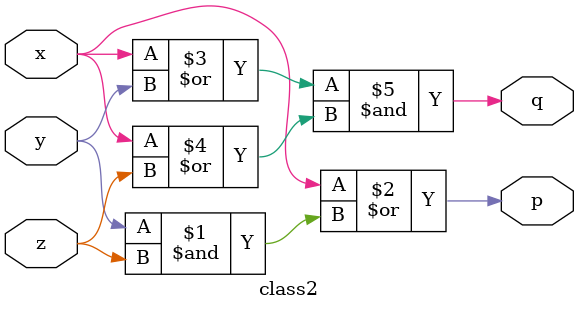
<source format=v>
module class2(x,y,z,p,q);
	input x,y,z;
	output p,q;
	assign p = x|(y&z);
	assign q = (x|y)&(x|z);
endmodule 

</source>
